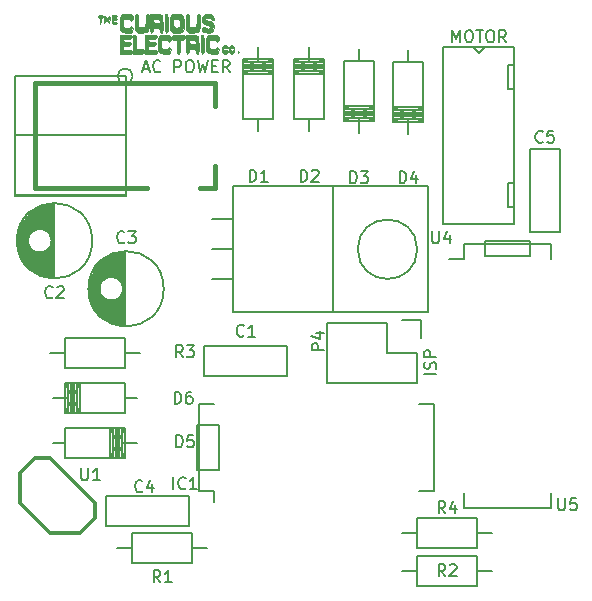
<source format=gto>
G04 #@! TF.FileFunction,Legend,Top*
%FSLAX46Y46*%
G04 Gerber Fmt 4.6, Leading zero omitted, Abs format (unit mm)*
G04 Created by KiCad (PCBNEW 4.0.2-stable) date 10/06/2016 19:55:33*
%MOMM*%
G01*
G04 APERTURE LIST*
%ADD10C,0.150000*%
%ADD11C,0.400000*%
%ADD12C,0.200000*%
%ADD13C,0.010000*%
%ADD14C,0.304800*%
%ADD15C,0.203200*%
G04 APERTURE END LIST*
D10*
X216479381Y-151391190D02*
X215479381Y-151391190D01*
X216431762Y-150962619D02*
X216479381Y-150819762D01*
X216479381Y-150581666D01*
X216431762Y-150486428D01*
X216384143Y-150438809D01*
X216288905Y-150391190D01*
X216193667Y-150391190D01*
X216098429Y-150438809D01*
X216050810Y-150486428D01*
X216003190Y-150581666D01*
X215955571Y-150772143D01*
X215907952Y-150867381D01*
X215860333Y-150915000D01*
X215765095Y-150962619D01*
X215669857Y-150962619D01*
X215574619Y-150915000D01*
X215527000Y-150867381D01*
X215479381Y-150772143D01*
X215479381Y-150534047D01*
X215527000Y-150391190D01*
X216479381Y-149962619D02*
X215479381Y-149962619D01*
X215479381Y-149581666D01*
X215527000Y-149486428D01*
X215574619Y-149438809D01*
X215669857Y-149391190D01*
X215812714Y-149391190D01*
X215907952Y-149438809D01*
X215955571Y-149486428D01*
X216003190Y-149581666D01*
X216003190Y-149962619D01*
X217829095Y-123308381D02*
X217829095Y-122308381D01*
X218162429Y-123022667D01*
X218495762Y-122308381D01*
X218495762Y-123308381D01*
X219162428Y-122308381D02*
X219352905Y-122308381D01*
X219448143Y-122356000D01*
X219543381Y-122451238D01*
X219591000Y-122641714D01*
X219591000Y-122975048D01*
X219543381Y-123165524D01*
X219448143Y-123260762D01*
X219352905Y-123308381D01*
X219162428Y-123308381D01*
X219067190Y-123260762D01*
X218971952Y-123165524D01*
X218924333Y-122975048D01*
X218924333Y-122641714D01*
X218971952Y-122451238D01*
X219067190Y-122356000D01*
X219162428Y-122308381D01*
X219876714Y-122308381D02*
X220448143Y-122308381D01*
X220162428Y-123308381D02*
X220162428Y-122308381D01*
X220971952Y-122308381D02*
X221162429Y-122308381D01*
X221257667Y-122356000D01*
X221352905Y-122451238D01*
X221400524Y-122641714D01*
X221400524Y-122975048D01*
X221352905Y-123165524D01*
X221257667Y-123260762D01*
X221162429Y-123308381D01*
X220971952Y-123308381D01*
X220876714Y-123260762D01*
X220781476Y-123165524D01*
X220733857Y-122975048D01*
X220733857Y-122641714D01*
X220781476Y-122451238D01*
X220876714Y-122356000D01*
X220971952Y-122308381D01*
X222400524Y-123308381D02*
X222067190Y-122832190D01*
X221829095Y-123308381D02*
X221829095Y-122308381D01*
X222210048Y-122308381D01*
X222305286Y-122356000D01*
X222352905Y-122403619D01*
X222400524Y-122498857D01*
X222400524Y-122641714D01*
X222352905Y-122736952D01*
X222305286Y-122784571D01*
X222210048Y-122832190D01*
X221829095Y-122832190D01*
X191659333Y-125562667D02*
X192135524Y-125562667D01*
X191564095Y-125848381D02*
X191897428Y-124848381D01*
X192230762Y-125848381D01*
X193135524Y-125753143D02*
X193087905Y-125800762D01*
X192945048Y-125848381D01*
X192849810Y-125848381D01*
X192706952Y-125800762D01*
X192611714Y-125705524D01*
X192564095Y-125610286D01*
X192516476Y-125419810D01*
X192516476Y-125276952D01*
X192564095Y-125086476D01*
X192611714Y-124991238D01*
X192706952Y-124896000D01*
X192849810Y-124848381D01*
X192945048Y-124848381D01*
X193087905Y-124896000D01*
X193135524Y-124943619D01*
X194326000Y-125848381D02*
X194326000Y-124848381D01*
X194706953Y-124848381D01*
X194802191Y-124896000D01*
X194849810Y-124943619D01*
X194897429Y-125038857D01*
X194897429Y-125181714D01*
X194849810Y-125276952D01*
X194802191Y-125324571D01*
X194706953Y-125372190D01*
X194326000Y-125372190D01*
X195516476Y-124848381D02*
X195706953Y-124848381D01*
X195802191Y-124896000D01*
X195897429Y-124991238D01*
X195945048Y-125181714D01*
X195945048Y-125515048D01*
X195897429Y-125705524D01*
X195802191Y-125800762D01*
X195706953Y-125848381D01*
X195516476Y-125848381D01*
X195421238Y-125800762D01*
X195326000Y-125705524D01*
X195278381Y-125515048D01*
X195278381Y-125181714D01*
X195326000Y-124991238D01*
X195421238Y-124896000D01*
X195516476Y-124848381D01*
X196278381Y-124848381D02*
X196516476Y-125848381D01*
X196706953Y-125134095D01*
X196897429Y-125848381D01*
X197135524Y-124848381D01*
X197516476Y-125324571D02*
X197849810Y-125324571D01*
X197992667Y-125848381D02*
X197516476Y-125848381D01*
X197516476Y-124848381D01*
X197992667Y-124848381D01*
X198992667Y-125848381D02*
X198659333Y-125372190D01*
X198421238Y-125848381D02*
X198421238Y-124848381D01*
X198802191Y-124848381D01*
X198897429Y-124896000D01*
X198945048Y-124943619D01*
X198992667Y-125038857D01*
X198992667Y-125181714D01*
X198945048Y-125276952D01*
X198897429Y-125324571D01*
X198802191Y-125372190D01*
X198421238Y-125372190D01*
X220599000Y-140128000D02*
X224409000Y-140128000D01*
X224409000Y-140128000D02*
X224409000Y-141398000D01*
X224409000Y-141398000D02*
X220599000Y-141398000D01*
X220599000Y-141398000D02*
X220599000Y-140128000D01*
X218829000Y-140373000D02*
X218829000Y-141643000D01*
X226179000Y-140373000D02*
X226179000Y-141643000D01*
X226179000Y-162743000D02*
X226179000Y-161473000D01*
X218829000Y-162743000D02*
X218829000Y-161473000D01*
X218829000Y-140373000D02*
X226179000Y-140373000D01*
X218829000Y-162743000D02*
X226179000Y-162743000D01*
X218829000Y-141643000D02*
X217544000Y-141643000D01*
X196199000Y-159558000D02*
X196199000Y-155748000D01*
X196199000Y-155748000D02*
X198104000Y-155748000D01*
X198104000Y-155748000D02*
X198104000Y-159558000D01*
X198104000Y-159558000D02*
X196199000Y-159558000D01*
X196444000Y-161328000D02*
X197714000Y-161328000D01*
X196444000Y-153978000D02*
X197714000Y-153978000D01*
X216274000Y-153978000D02*
X215004000Y-153978000D01*
X216274000Y-161328000D02*
X215004000Y-161328000D01*
X196444000Y-161328000D02*
X196444000Y-153978000D01*
X216274000Y-161328000D02*
X216274000Y-153978000D01*
X197714000Y-161328000D02*
X197714000Y-162263000D01*
X220099000Y-124238000D02*
X220599000Y-123738000D01*
X219599000Y-123738000D02*
X220099000Y-124238000D01*
X223099000Y-135238000D02*
X222599000Y-135238000D01*
X222599000Y-137238000D02*
X222599000Y-135238000D01*
X223099000Y-137238000D02*
X222599000Y-137238000D01*
X222599000Y-127238000D02*
X223099000Y-127238000D01*
X222599000Y-125238000D02*
X222599000Y-127238000D01*
X223099000Y-125238000D02*
X222599000Y-125238000D01*
X217099000Y-138738000D02*
X217099000Y-123738000D01*
X223099000Y-138738000D02*
X217099000Y-138738000D01*
X223099000Y-123738000D02*
X223099000Y-138738000D01*
X217099000Y-123738000D02*
X223099000Y-123738000D01*
X196866000Y-149038000D02*
X203866000Y-149038000D01*
X203866000Y-149038000D02*
X203866000Y-151538000D01*
X203866000Y-151538000D02*
X196866000Y-151538000D01*
X196866000Y-151538000D02*
X196866000Y-149038000D01*
X195524000Y-164238000D02*
X188524000Y-164238000D01*
X188524000Y-164238000D02*
X188524000Y-161738000D01*
X188524000Y-161738000D02*
X195524000Y-161738000D01*
X195524000Y-161738000D02*
X195524000Y-164238000D01*
X224429000Y-139343000D02*
X224429000Y-132343000D01*
X224429000Y-132343000D02*
X226929000Y-132343000D01*
X226929000Y-132343000D02*
X226929000Y-139343000D01*
X226929000Y-139343000D02*
X224429000Y-139343000D01*
D11*
X192024000Y-135683000D02*
X182499000Y-135683000D01*
X182499000Y-135683000D02*
X182499000Y-126793000D01*
X182499000Y-126793000D02*
X197739000Y-126793000D01*
X197739000Y-126793000D02*
X197739000Y-128698000D01*
X197739000Y-133778000D02*
X197739000Y-135683000D01*
X197739000Y-135683000D02*
X196469000Y-135683000D01*
D10*
X192024000Y-135683000D02*
X182499000Y-135683000D01*
X182499000Y-135683000D02*
X182499000Y-126793000D01*
X182499000Y-126793000D02*
X197739000Y-126793000D01*
X197739000Y-126793000D02*
X197739000Y-128698000D01*
X197739000Y-133778000D02*
X197739000Y-135683000D01*
X197739000Y-135683000D02*
X196469000Y-135683000D01*
X201424540Y-129841000D02*
X201424540Y-130857000D01*
X201424540Y-125015000D02*
X201424540Y-123745000D01*
X202694540Y-125269000D02*
X200154540Y-125269000D01*
X202694540Y-125523000D02*
X200154540Y-125523000D01*
X202694540Y-125777000D02*
X200154540Y-125777000D01*
X202694540Y-125015000D02*
X200154540Y-125015000D01*
X202694540Y-126031000D02*
X200154540Y-124761000D01*
X202694540Y-124761000D02*
X200154540Y-126031000D01*
X202694540Y-126031000D02*
X200154540Y-126031000D01*
X202694540Y-125396000D02*
X200154540Y-125396000D01*
X200154540Y-124761000D02*
X202694540Y-124761000D01*
X202694540Y-124761000D02*
X202694540Y-129841000D01*
X202694540Y-129841000D02*
X200154540Y-129841000D01*
X200154540Y-129841000D02*
X200154540Y-124761000D01*
X205745080Y-129841000D02*
X205745080Y-130857000D01*
X205745080Y-125015000D02*
X205745080Y-123745000D01*
X207015080Y-125269000D02*
X204475080Y-125269000D01*
X207015080Y-125523000D02*
X204475080Y-125523000D01*
X207015080Y-125777000D02*
X204475080Y-125777000D01*
X207015080Y-125015000D02*
X204475080Y-125015000D01*
X207015080Y-126031000D02*
X204475080Y-124761000D01*
X207015080Y-124761000D02*
X204475080Y-126031000D01*
X207015080Y-126031000D02*
X204475080Y-126031000D01*
X207015080Y-125396000D02*
X204475080Y-125396000D01*
X204475080Y-124761000D02*
X207015080Y-124761000D01*
X207015080Y-124761000D02*
X207015080Y-129841000D01*
X207015080Y-129841000D02*
X204475080Y-129841000D01*
X204475080Y-129841000D02*
X204475080Y-124761000D01*
X209931000Y-124888000D02*
X209931000Y-123872000D01*
X209931000Y-129714000D02*
X209931000Y-130984000D01*
X208661000Y-129460000D02*
X211201000Y-129460000D01*
X208661000Y-129206000D02*
X211201000Y-129206000D01*
X208661000Y-128952000D02*
X211201000Y-128952000D01*
X208661000Y-129714000D02*
X211201000Y-129714000D01*
X208661000Y-128698000D02*
X211201000Y-129968000D01*
X208661000Y-129968000D02*
X211201000Y-128698000D01*
X208661000Y-128698000D02*
X211201000Y-128698000D01*
X208661000Y-129333000D02*
X211201000Y-129333000D01*
X211201000Y-129968000D02*
X208661000Y-129968000D01*
X208661000Y-129968000D02*
X208661000Y-124888000D01*
X208661000Y-124888000D02*
X211201000Y-124888000D01*
X211201000Y-124888000D02*
X211201000Y-129968000D01*
X214122000Y-125015000D02*
X214122000Y-123999000D01*
X214122000Y-129841000D02*
X214122000Y-131111000D01*
X212852000Y-129587000D02*
X215392000Y-129587000D01*
X212852000Y-129333000D02*
X215392000Y-129333000D01*
X212852000Y-129079000D02*
X215392000Y-129079000D01*
X212852000Y-129841000D02*
X215392000Y-129841000D01*
X212852000Y-128825000D02*
X215392000Y-130095000D01*
X212852000Y-130095000D02*
X215392000Y-128825000D01*
X212852000Y-128825000D02*
X215392000Y-128825000D01*
X212852000Y-129460000D02*
X215392000Y-129460000D01*
X215392000Y-130095000D02*
X212852000Y-130095000D01*
X212852000Y-130095000D02*
X212852000Y-125015000D01*
X212852000Y-125015000D02*
X215392000Y-125015000D01*
X215392000Y-125015000D02*
X215392000Y-130095000D01*
X185039000Y-157273000D02*
X184023000Y-157273000D01*
X189865000Y-157273000D02*
X191135000Y-157273000D01*
X189611000Y-158543000D02*
X189611000Y-156003000D01*
X189357000Y-158543000D02*
X189357000Y-156003000D01*
X189103000Y-158543000D02*
X189103000Y-156003000D01*
X189865000Y-158543000D02*
X189865000Y-156003000D01*
X188849000Y-158543000D02*
X190119000Y-156003000D01*
X190119000Y-158543000D02*
X188849000Y-156003000D01*
X188849000Y-158543000D02*
X188849000Y-156003000D01*
X189484000Y-158543000D02*
X189484000Y-156003000D01*
X190119000Y-156003000D02*
X190119000Y-158543000D01*
X190119000Y-158543000D02*
X185039000Y-158543000D01*
X185039000Y-158543000D02*
X185039000Y-156003000D01*
X185039000Y-156003000D02*
X190119000Y-156003000D01*
X190119000Y-153463000D02*
X191135000Y-153463000D01*
X185293000Y-153463000D02*
X184023000Y-153463000D01*
X185547000Y-152193000D02*
X185547000Y-154733000D01*
X185801000Y-152193000D02*
X185801000Y-154733000D01*
X186055000Y-152193000D02*
X186055000Y-154733000D01*
X185293000Y-152193000D02*
X185293000Y-154733000D01*
X186309000Y-152193000D02*
X185039000Y-154733000D01*
X185039000Y-152193000D02*
X186309000Y-154733000D01*
X186309000Y-152193000D02*
X186309000Y-154733000D01*
X185674000Y-152193000D02*
X185674000Y-154733000D01*
X185039000Y-154733000D02*
X185039000Y-152193000D01*
X185039000Y-152193000D02*
X190119000Y-152193000D01*
X190119000Y-152193000D02*
X190119000Y-154733000D01*
X190119000Y-154733000D02*
X185039000Y-154733000D01*
D12*
X190246000Y-126158000D02*
X189484000Y-126158000D01*
X190246000Y-126158000D02*
X190246000Y-136318000D01*
X190246000Y-136318000D02*
X189611000Y-136318000D01*
X180848000Y-126158000D02*
X180848000Y-136318000D01*
X180848000Y-136318000D02*
X190119000Y-136318000D01*
X190119000Y-126158000D02*
X180848000Y-126158000D01*
D10*
X180849000Y-136278000D02*
X190149000Y-136278000D01*
X190149000Y-131178000D02*
X180849000Y-131178000D01*
X190789312Y-126178000D02*
G75*
G03X190789312Y-126178000I-640312J0D01*
G01*
X188849000Y-136318000D02*
X181229000Y-136318000D01*
X180849000Y-126178000D02*
X190149000Y-126178000D01*
X212344000Y-147113000D02*
X207264000Y-147113000D01*
X215164000Y-146833000D02*
X215164000Y-148383000D01*
X214884000Y-149653000D02*
X212344000Y-149653000D01*
X212344000Y-149653000D02*
X212344000Y-147113000D01*
X207264000Y-147113000D02*
X207264000Y-152193000D01*
X207264000Y-152193000D02*
X212344000Y-152193000D01*
X215164000Y-146833000D02*
X213614000Y-146833000D01*
X214884000Y-152193000D02*
X214884000Y-149653000D01*
X212344000Y-152193000D02*
X214884000Y-152193000D01*
X195834000Y-167433000D02*
X190754000Y-167433000D01*
X190754000Y-167433000D02*
X190754000Y-164893000D01*
X190754000Y-164893000D02*
X195834000Y-164893000D01*
X195834000Y-164893000D02*
X195834000Y-167433000D01*
X195834000Y-166163000D02*
X197104000Y-166163000D01*
X190754000Y-166163000D02*
X189484000Y-166163000D01*
X219964000Y-169338000D02*
X214884000Y-169338000D01*
X214884000Y-169338000D02*
X214884000Y-166798000D01*
X214884000Y-166798000D02*
X219964000Y-166798000D01*
X219964000Y-166798000D02*
X219964000Y-169338000D01*
X219964000Y-168068000D02*
X221234000Y-168068000D01*
X214884000Y-168068000D02*
X213614000Y-168068000D01*
X190119000Y-150923000D02*
X185039000Y-150923000D01*
X185039000Y-150923000D02*
X185039000Y-148383000D01*
X185039000Y-148383000D02*
X190119000Y-148383000D01*
X190119000Y-148383000D02*
X190119000Y-150923000D01*
X190119000Y-149653000D02*
X191389000Y-149653000D01*
X185039000Y-149653000D02*
X183769000Y-149653000D01*
X219964000Y-166163000D02*
X214884000Y-166163000D01*
X214884000Y-166163000D02*
X214884000Y-163623000D01*
X214884000Y-163623000D02*
X219964000Y-163623000D01*
X219964000Y-163623000D02*
X219964000Y-166163000D01*
X219964000Y-164893000D02*
X221234000Y-164893000D01*
X214884000Y-164893000D02*
X213614000Y-164893000D01*
X214873472Y-140843000D02*
G75*
G03X214873472Y-140843000I-2514472J0D01*
G01*
X199278000Y-138303000D02*
X197500000Y-138303000D01*
X199278000Y-140843000D02*
X197500000Y-140843000D01*
X199278000Y-143383000D02*
X197500000Y-143383000D01*
X207787000Y-146177000D02*
X215788000Y-146177000D01*
X215788000Y-146177000D02*
X215788000Y-135509000D01*
X215788000Y-135509000D02*
X207787000Y-135509000D01*
X199278000Y-146177000D02*
X207787000Y-146177000D01*
X207787000Y-146177000D02*
X207787000Y-135509000D01*
X207787000Y-135509000D02*
X199278000Y-135509000D01*
X199278000Y-140843000D02*
X199278000Y-135509000D01*
X199278000Y-140843000D02*
X199278000Y-146177000D01*
X184095000Y-143277000D02*
X184095000Y-136979000D01*
X183955000Y-143271000D02*
X183955000Y-136985000D01*
X183815000Y-143258000D02*
X183815000Y-140574000D01*
X183815000Y-139682000D02*
X183815000Y-136998000D01*
X183675000Y-143239000D02*
X183675000Y-140784000D01*
X183675000Y-139472000D02*
X183675000Y-137017000D01*
X183535000Y-143213000D02*
X183535000Y-140917000D01*
X183535000Y-139339000D02*
X183535000Y-137043000D01*
X183395000Y-143181000D02*
X183395000Y-141008000D01*
X183395000Y-139248000D02*
X183395000Y-137075000D01*
X183255000Y-143142000D02*
X183255000Y-141070000D01*
X183255000Y-139186000D02*
X183255000Y-137114000D01*
X183115000Y-143096000D02*
X183115000Y-141109000D01*
X183115000Y-139147000D02*
X183115000Y-137160000D01*
X182975000Y-143043000D02*
X182975000Y-141126000D01*
X182975000Y-139130000D02*
X182975000Y-137213000D01*
X182835000Y-142981000D02*
X182835000Y-141124000D01*
X182835000Y-139132000D02*
X182835000Y-137275000D01*
X182695000Y-142911000D02*
X182695000Y-141102000D01*
X182695000Y-139154000D02*
X182695000Y-137345000D01*
X182555000Y-142832000D02*
X182555000Y-141059000D01*
X182555000Y-139197000D02*
X182555000Y-137424000D01*
X182415000Y-142744000D02*
X182415000Y-140991000D01*
X182415000Y-139265000D02*
X182415000Y-137512000D01*
X182275000Y-142644000D02*
X182275000Y-140892000D01*
X182275000Y-139364000D02*
X182275000Y-137612000D01*
X182135000Y-142532000D02*
X182135000Y-140747000D01*
X182135000Y-139509000D02*
X182135000Y-137724000D01*
X181995000Y-142407000D02*
X181995000Y-140508000D01*
X181995000Y-139748000D02*
X181995000Y-137849000D01*
X181855000Y-142264000D02*
X181855000Y-137992000D01*
X181715000Y-142102000D02*
X181715000Y-138154000D01*
X181575000Y-141914000D02*
X181575000Y-138342000D01*
X181435000Y-141691000D02*
X181435000Y-138565000D01*
X181295000Y-141415000D02*
X181295000Y-138841000D01*
X181155000Y-141040000D02*
X181155000Y-139216000D01*
X183920000Y-140128000D02*
G75*
G03X183920000Y-140128000I-1000000J0D01*
G01*
X187357500Y-140128000D02*
G75*
G03X187357500Y-140128000I-3187500J0D01*
G01*
X190151000Y-147341000D02*
X190151000Y-141043000D01*
X190011000Y-147335000D02*
X190011000Y-141049000D01*
X189871000Y-147322000D02*
X189871000Y-144638000D01*
X189871000Y-143746000D02*
X189871000Y-141062000D01*
X189731000Y-147303000D02*
X189731000Y-144848000D01*
X189731000Y-143536000D02*
X189731000Y-141081000D01*
X189591000Y-147277000D02*
X189591000Y-144981000D01*
X189591000Y-143403000D02*
X189591000Y-141107000D01*
X189451000Y-147245000D02*
X189451000Y-145072000D01*
X189451000Y-143312000D02*
X189451000Y-141139000D01*
X189311000Y-147206000D02*
X189311000Y-145134000D01*
X189311000Y-143250000D02*
X189311000Y-141178000D01*
X189171000Y-147160000D02*
X189171000Y-145173000D01*
X189171000Y-143211000D02*
X189171000Y-141224000D01*
X189031000Y-147107000D02*
X189031000Y-145190000D01*
X189031000Y-143194000D02*
X189031000Y-141277000D01*
X188891000Y-147045000D02*
X188891000Y-145188000D01*
X188891000Y-143196000D02*
X188891000Y-141339000D01*
X188751000Y-146975000D02*
X188751000Y-145166000D01*
X188751000Y-143218000D02*
X188751000Y-141409000D01*
X188611000Y-146896000D02*
X188611000Y-145123000D01*
X188611000Y-143261000D02*
X188611000Y-141488000D01*
X188471000Y-146808000D02*
X188471000Y-145055000D01*
X188471000Y-143329000D02*
X188471000Y-141576000D01*
X188331000Y-146708000D02*
X188331000Y-144956000D01*
X188331000Y-143428000D02*
X188331000Y-141676000D01*
X188191000Y-146596000D02*
X188191000Y-144811000D01*
X188191000Y-143573000D02*
X188191000Y-141788000D01*
X188051000Y-146471000D02*
X188051000Y-144572000D01*
X188051000Y-143812000D02*
X188051000Y-141913000D01*
X187911000Y-146328000D02*
X187911000Y-142056000D01*
X187771000Y-146166000D02*
X187771000Y-142218000D01*
X187631000Y-145978000D02*
X187631000Y-142406000D01*
X187491000Y-145755000D02*
X187491000Y-142629000D01*
X187351000Y-145479000D02*
X187351000Y-142905000D01*
X187211000Y-145104000D02*
X187211000Y-143280000D01*
X189976000Y-144192000D02*
G75*
G03X189976000Y-144192000I-1000000J0D01*
G01*
X193413500Y-144192000D02*
G75*
G03X193413500Y-144192000I-3187500J0D01*
G01*
D13*
G36*
X190487395Y-122692845D02*
X190640707Y-122719986D01*
X190702327Y-122780999D01*
X190711667Y-122856000D01*
X190686738Y-122961819D01*
X190583225Y-123011859D01*
X190358037Y-123025268D01*
X190330667Y-123025333D01*
X190079544Y-123041953D01*
X189965158Y-123098467D01*
X189949667Y-123152333D01*
X190005590Y-123240640D01*
X190190969Y-123277028D01*
X190288333Y-123279333D01*
X190509901Y-123293533D01*
X190607826Y-123350927D01*
X190627000Y-123448666D01*
X190598600Y-123559450D01*
X190483811Y-123608412D01*
X190288333Y-123618000D01*
X190066765Y-123632200D01*
X189968841Y-123689594D01*
X189949667Y-123787333D01*
X189974595Y-123893153D01*
X190078108Y-123943192D01*
X190303296Y-123956602D01*
X190330667Y-123956666D01*
X190568761Y-123967746D01*
X190681349Y-124013751D01*
X190711521Y-124113835D01*
X190711667Y-124126000D01*
X190693131Y-124220576D01*
X190611707Y-124271680D01*
X190428669Y-124292220D01*
X190203667Y-124295333D01*
X189695667Y-124295333D01*
X189695667Y-122686666D01*
X190203667Y-122686666D01*
X190487395Y-122692845D01*
X190487395Y-122692845D01*
G37*
X190487395Y-122692845D02*
X190640707Y-122719986D01*
X190702327Y-122780999D01*
X190711667Y-122856000D01*
X190686738Y-122961819D01*
X190583225Y-123011859D01*
X190358037Y-123025268D01*
X190330667Y-123025333D01*
X190079544Y-123041953D01*
X189965158Y-123098467D01*
X189949667Y-123152333D01*
X190005590Y-123240640D01*
X190190969Y-123277028D01*
X190288333Y-123279333D01*
X190509901Y-123293533D01*
X190607826Y-123350927D01*
X190627000Y-123448666D01*
X190598600Y-123559450D01*
X190483811Y-123608412D01*
X190288333Y-123618000D01*
X190066765Y-123632200D01*
X189968841Y-123689594D01*
X189949667Y-123787333D01*
X189974595Y-123893153D01*
X190078108Y-123943192D01*
X190303296Y-123956602D01*
X190330667Y-123956666D01*
X190568761Y-123967746D01*
X190681349Y-124013751D01*
X190711521Y-124113835D01*
X190711667Y-124126000D01*
X190693131Y-124220576D01*
X190611707Y-124271680D01*
X190428669Y-124292220D01*
X190203667Y-124295333D01*
X189695667Y-124295333D01*
X189695667Y-122686666D01*
X190203667Y-122686666D01*
X190487395Y-122692845D01*
G36*
X190992334Y-122721521D02*
X191031826Y-122846846D01*
X191048482Y-123093787D01*
X191050333Y-123279333D01*
X191050333Y-123872000D01*
X191389000Y-123872000D01*
X191607197Y-123883553D01*
X191704178Y-123938046D01*
X191727546Y-124065233D01*
X191727667Y-124083666D01*
X191715579Y-124204892D01*
X191651690Y-124268013D01*
X191494563Y-124291865D01*
X191262000Y-124295333D01*
X190796333Y-124295333D01*
X190796333Y-123491000D01*
X190800878Y-123107581D01*
X190817502Y-122864939D01*
X190850687Y-122734686D01*
X190904914Y-122688435D01*
X190923333Y-122686666D01*
X190992334Y-122721521D01*
X190992334Y-122721521D01*
G37*
X190992334Y-122721521D02*
X191031826Y-122846846D01*
X191048482Y-123093787D01*
X191050333Y-123279333D01*
X191050333Y-123872000D01*
X191389000Y-123872000D01*
X191607197Y-123883553D01*
X191704178Y-123938046D01*
X191727546Y-124065233D01*
X191727667Y-124083666D01*
X191715579Y-124204892D01*
X191651690Y-124268013D01*
X191494563Y-124291865D01*
X191262000Y-124295333D01*
X190796333Y-124295333D01*
X190796333Y-123491000D01*
X190800878Y-123107581D01*
X190817502Y-122864939D01*
X190850687Y-122734686D01*
X190904914Y-122688435D01*
X190923333Y-122686666D01*
X190992334Y-122721521D01*
G36*
X192604061Y-122692845D02*
X192757373Y-122719986D01*
X192818994Y-122780999D01*
X192828333Y-122856000D01*
X192803404Y-122961819D01*
X192699891Y-123011859D01*
X192474704Y-123025268D01*
X192447333Y-123025333D01*
X192196211Y-123041953D01*
X192081825Y-123098467D01*
X192066333Y-123152333D01*
X192122256Y-123240640D01*
X192307636Y-123277028D01*
X192405000Y-123279333D01*
X192626568Y-123293533D01*
X192724492Y-123350927D01*
X192743667Y-123448666D01*
X192715266Y-123559450D01*
X192600477Y-123608412D01*
X192405000Y-123618000D01*
X192183432Y-123632200D01*
X192085507Y-123689594D01*
X192066333Y-123787333D01*
X192091262Y-123893153D01*
X192194775Y-123943192D01*
X192419963Y-123956602D01*
X192447333Y-123956666D01*
X192685428Y-123967746D01*
X192798016Y-124013751D01*
X192828188Y-124113835D01*
X192828333Y-124126000D01*
X192809797Y-124220576D01*
X192728373Y-124271680D01*
X192545336Y-124292220D01*
X192320333Y-124295333D01*
X191812333Y-124295333D01*
X191812333Y-122686666D01*
X192320333Y-122686666D01*
X192604061Y-122692845D01*
X192604061Y-122692845D01*
G37*
X192604061Y-122692845D02*
X192757373Y-122719986D01*
X192818994Y-122780999D01*
X192828333Y-122856000D01*
X192803404Y-122961819D01*
X192699891Y-123011859D01*
X192474704Y-123025268D01*
X192447333Y-123025333D01*
X192196211Y-123041953D01*
X192081825Y-123098467D01*
X192066333Y-123152333D01*
X192122256Y-123240640D01*
X192307636Y-123277028D01*
X192405000Y-123279333D01*
X192626568Y-123293533D01*
X192724492Y-123350927D01*
X192743667Y-123448666D01*
X192715266Y-123559450D01*
X192600477Y-123608412D01*
X192405000Y-123618000D01*
X192183432Y-123632200D01*
X192085507Y-123689594D01*
X192066333Y-123787333D01*
X192091262Y-123893153D01*
X192194775Y-123943192D01*
X192419963Y-123956602D01*
X192447333Y-123956666D01*
X192685428Y-123967746D01*
X192798016Y-124013751D01*
X192828188Y-124113835D01*
X192828333Y-124126000D01*
X192809797Y-124220576D01*
X192728373Y-124271680D01*
X192545336Y-124292220D01*
X192320333Y-124295333D01*
X191812333Y-124295333D01*
X191812333Y-122686666D01*
X192320333Y-122686666D01*
X192604061Y-122692845D01*
G36*
X193738888Y-122709949D02*
X193912067Y-122788266D01*
X193996129Y-122943173D01*
X194008871Y-123120395D01*
X193953839Y-123251390D01*
X193886667Y-123279333D01*
X193773995Y-123233615D01*
X193759667Y-123194666D01*
X193685238Y-123138704D01*
X193502223Y-123110731D01*
X193463333Y-123110000D01*
X193281253Y-123118133D01*
X193195032Y-123173256D01*
X193168828Y-123321453D01*
X193167000Y-123491000D01*
X193173326Y-123725103D01*
X193216199Y-123835958D01*
X193331464Y-123869649D01*
X193463333Y-123872000D01*
X193659201Y-123850734D01*
X193757107Y-123798444D01*
X193759667Y-123787333D01*
X193828243Y-123712218D01*
X193886667Y-123702666D01*
X193982225Y-123770027D01*
X194012223Y-123926417D01*
X193973116Y-124103295D01*
X193912067Y-124193733D01*
X193736745Y-124272508D01*
X193481914Y-124291456D01*
X193225378Y-124253403D01*
X193046047Y-124162285D01*
X192959504Y-123995953D01*
X192918213Y-123702090D01*
X192913000Y-123491000D01*
X192932723Y-123121168D01*
X192995156Y-122891694D01*
X193046047Y-122819714D01*
X193227560Y-122727981D01*
X193484443Y-122690451D01*
X193738888Y-122709949D01*
X193738888Y-122709949D01*
G37*
X193738888Y-122709949D02*
X193912067Y-122788266D01*
X193996129Y-122943173D01*
X194008871Y-123120395D01*
X193953839Y-123251390D01*
X193886667Y-123279333D01*
X193773995Y-123233615D01*
X193759667Y-123194666D01*
X193685238Y-123138704D01*
X193502223Y-123110731D01*
X193463333Y-123110000D01*
X193281253Y-123118133D01*
X193195032Y-123173256D01*
X193168828Y-123321453D01*
X193167000Y-123491000D01*
X193173326Y-123725103D01*
X193216199Y-123835958D01*
X193331464Y-123869649D01*
X193463333Y-123872000D01*
X193659201Y-123850734D01*
X193757107Y-123798444D01*
X193759667Y-123787333D01*
X193828243Y-123712218D01*
X193886667Y-123702666D01*
X193982225Y-123770027D01*
X194012223Y-123926417D01*
X193973116Y-124103295D01*
X193912067Y-124193733D01*
X193736745Y-124272508D01*
X193481914Y-124291456D01*
X193225378Y-124253403D01*
X193046047Y-124162285D01*
X192959504Y-123995953D01*
X192918213Y-123702090D01*
X192913000Y-123491000D01*
X192932723Y-123121168D01*
X192995156Y-122891694D01*
X193046047Y-122819714D01*
X193227560Y-122727981D01*
X193484443Y-122690451D01*
X193738888Y-122709949D01*
G36*
X194944502Y-122690378D02*
X195109279Y-122711322D01*
X195181254Y-122764212D01*
X195198682Y-122863763D01*
X195199000Y-122898333D01*
X195164030Y-123059455D01*
X195026340Y-123109106D01*
X194987333Y-123110000D01*
X194876749Y-123118715D01*
X194813459Y-123169459D01*
X194784286Y-123299132D01*
X194776052Y-123544631D01*
X194775667Y-123702666D01*
X194768198Y-124024672D01*
X194741342Y-124208966D01*
X194688426Y-124286692D01*
X194648667Y-124295333D01*
X194579665Y-124260478D01*
X194540174Y-124135153D01*
X194523518Y-123888212D01*
X194521667Y-123702666D01*
X194518554Y-123393030D01*
X194500431Y-123215819D01*
X194454119Y-123134135D01*
X194366441Y-123111078D01*
X194310000Y-123110000D01*
X194148878Y-123075030D01*
X194099227Y-122937340D01*
X194098333Y-122898333D01*
X194107983Y-122784550D01*
X194162438Y-122721174D01*
X194299952Y-122693492D01*
X194558784Y-122686788D01*
X194648667Y-122686666D01*
X194944502Y-122690378D01*
X194944502Y-122690378D01*
G37*
X194944502Y-122690378D02*
X195109279Y-122711322D01*
X195181254Y-122764212D01*
X195198682Y-122863763D01*
X195199000Y-122898333D01*
X195164030Y-123059455D01*
X195026340Y-123109106D01*
X194987333Y-123110000D01*
X194876749Y-123118715D01*
X194813459Y-123169459D01*
X194784286Y-123299132D01*
X194776052Y-123544631D01*
X194775667Y-123702666D01*
X194768198Y-124024672D01*
X194741342Y-124208966D01*
X194688426Y-124286692D01*
X194648667Y-124295333D01*
X194579665Y-124260478D01*
X194540174Y-124135153D01*
X194523518Y-123888212D01*
X194521667Y-123702666D01*
X194518554Y-123393030D01*
X194500431Y-123215819D01*
X194454119Y-123134135D01*
X194366441Y-123111078D01*
X194310000Y-123110000D01*
X194148878Y-123075030D01*
X194099227Y-122937340D01*
X194098333Y-122898333D01*
X194107983Y-122784550D01*
X194162438Y-122721174D01*
X194299952Y-122693492D01*
X194558784Y-122686788D01*
X194648667Y-122686666D01*
X194944502Y-122690378D01*
G36*
X196026293Y-122706072D02*
X196228707Y-122757131D01*
X196282615Y-122793121D01*
X196323725Y-122923330D01*
X196354646Y-123174912D01*
X196370118Y-123499975D01*
X196370965Y-123597454D01*
X196364595Y-123955257D01*
X196342285Y-124171942D01*
X196299233Y-124275355D01*
X196250649Y-124295333D01*
X196155751Y-124221631D01*
X196130333Y-124083666D01*
X196108193Y-123940525D01*
X196008562Y-123881925D01*
X195834000Y-123872000D01*
X195633602Y-123887814D01*
X195551562Y-123958979D01*
X195537667Y-124083666D01*
X195493506Y-124253905D01*
X195410667Y-124295333D01*
X195350127Y-124266546D01*
X195311815Y-124161263D01*
X195291249Y-123951095D01*
X195283946Y-123607656D01*
X195283667Y-123491000D01*
X195283667Y-123279333D01*
X195537667Y-123279333D01*
X195570815Y-123396041D01*
X195700222Y-123443131D01*
X195834000Y-123448666D01*
X196038239Y-123429724D01*
X196120647Y-123355777D01*
X196130333Y-123279333D01*
X196097185Y-123162625D01*
X195967778Y-123115535D01*
X195834000Y-123110000D01*
X195629761Y-123128941D01*
X195547353Y-123202888D01*
X195537667Y-123279333D01*
X195283667Y-123279333D01*
X195283667Y-122686666D01*
X195738966Y-122686666D01*
X196026293Y-122706072D01*
X196026293Y-122706072D01*
G37*
X196026293Y-122706072D02*
X196228707Y-122757131D01*
X196282615Y-122793121D01*
X196323725Y-122923330D01*
X196354646Y-123174912D01*
X196370118Y-123499975D01*
X196370965Y-123597454D01*
X196364595Y-123955257D01*
X196342285Y-124171942D01*
X196299233Y-124275355D01*
X196250649Y-124295333D01*
X196155751Y-124221631D01*
X196130333Y-124083666D01*
X196108193Y-123940525D01*
X196008562Y-123881925D01*
X195834000Y-123872000D01*
X195633602Y-123887814D01*
X195551562Y-123958979D01*
X195537667Y-124083666D01*
X195493506Y-124253905D01*
X195410667Y-124295333D01*
X195350127Y-124266546D01*
X195311815Y-124161263D01*
X195291249Y-123951095D01*
X195283946Y-123607656D01*
X195283667Y-123491000D01*
X195283667Y-123279333D01*
X195537667Y-123279333D01*
X195570815Y-123396041D01*
X195700222Y-123443131D01*
X195834000Y-123448666D01*
X196038239Y-123429724D01*
X196120647Y-123355777D01*
X196130333Y-123279333D01*
X196097185Y-123162625D01*
X195967778Y-123115535D01*
X195834000Y-123110000D01*
X195629761Y-123128941D01*
X195547353Y-123202888D01*
X195537667Y-123279333D01*
X195283667Y-123279333D01*
X195283667Y-122686666D01*
X195738966Y-122686666D01*
X196026293Y-122706072D01*
G36*
X196741206Y-122715453D02*
X196779518Y-122820736D01*
X196800084Y-123030904D01*
X196807387Y-123374343D01*
X196807667Y-123491000D01*
X196803121Y-123874418D01*
X196786498Y-124117060D01*
X196753313Y-124247313D01*
X196699086Y-124293564D01*
X196680667Y-124295333D01*
X196620127Y-124266546D01*
X196581815Y-124161263D01*
X196561249Y-123951095D01*
X196553946Y-123607656D01*
X196553667Y-123491000D01*
X196558212Y-123107581D01*
X196574835Y-122864939D01*
X196608020Y-122734686D01*
X196662247Y-122688435D01*
X196680667Y-122686666D01*
X196741206Y-122715453D01*
X196741206Y-122715453D01*
G37*
X196741206Y-122715453D02*
X196779518Y-122820736D01*
X196800084Y-123030904D01*
X196807387Y-123374343D01*
X196807667Y-123491000D01*
X196803121Y-123874418D01*
X196786498Y-124117060D01*
X196753313Y-124247313D01*
X196699086Y-124293564D01*
X196680667Y-124295333D01*
X196620127Y-124266546D01*
X196581815Y-124161263D01*
X196561249Y-123951095D01*
X196553946Y-123607656D01*
X196553667Y-123491000D01*
X196558212Y-123107581D01*
X196574835Y-122864939D01*
X196608020Y-122734686D01*
X196662247Y-122688435D01*
X196680667Y-122686666D01*
X196741206Y-122715453D01*
G36*
X197802888Y-122709949D02*
X197976067Y-122788266D01*
X198060129Y-122943173D01*
X198072871Y-123120395D01*
X198017839Y-123251390D01*
X197950667Y-123279333D01*
X197837995Y-123233615D01*
X197823667Y-123194666D01*
X197749238Y-123138704D01*
X197566223Y-123110731D01*
X197527333Y-123110000D01*
X197345253Y-123118133D01*
X197259032Y-123173256D01*
X197232828Y-123321453D01*
X197231000Y-123491000D01*
X197237326Y-123725103D01*
X197280199Y-123835958D01*
X197395464Y-123869649D01*
X197527333Y-123872000D01*
X197723201Y-123850734D01*
X197821107Y-123798444D01*
X197823667Y-123787333D01*
X197892243Y-123712218D01*
X197950667Y-123702666D01*
X198046225Y-123770027D01*
X198076223Y-123926417D01*
X198037116Y-124103295D01*
X197976067Y-124193733D01*
X197800745Y-124272508D01*
X197545914Y-124291456D01*
X197289378Y-124253403D01*
X197110047Y-124162285D01*
X197023504Y-123995953D01*
X196982213Y-123702090D01*
X196977000Y-123491000D01*
X196996723Y-123121168D01*
X197059156Y-122891694D01*
X197110047Y-122819714D01*
X197291560Y-122727981D01*
X197548443Y-122690451D01*
X197802888Y-122709949D01*
X197802888Y-122709949D01*
G37*
X197802888Y-122709949D02*
X197976067Y-122788266D01*
X198060129Y-122943173D01*
X198072871Y-123120395D01*
X198017839Y-123251390D01*
X197950667Y-123279333D01*
X197837995Y-123233615D01*
X197823667Y-123194666D01*
X197749238Y-123138704D01*
X197566223Y-123110731D01*
X197527333Y-123110000D01*
X197345253Y-123118133D01*
X197259032Y-123173256D01*
X197232828Y-123321453D01*
X197231000Y-123491000D01*
X197237326Y-123725103D01*
X197280199Y-123835958D01*
X197395464Y-123869649D01*
X197527333Y-123872000D01*
X197723201Y-123850734D01*
X197821107Y-123798444D01*
X197823667Y-123787333D01*
X197892243Y-123712218D01*
X197950667Y-123702666D01*
X198046225Y-123770027D01*
X198076223Y-123926417D01*
X198037116Y-124103295D01*
X197976067Y-124193733D01*
X197800745Y-124272508D01*
X197545914Y-124291456D01*
X197289378Y-124253403D01*
X197110047Y-124162285D01*
X197023504Y-123995953D01*
X196982213Y-123702090D01*
X196977000Y-123491000D01*
X196996723Y-123121168D01*
X197059156Y-122891694D01*
X197110047Y-122819714D01*
X197291560Y-122727981D01*
X197548443Y-122690451D01*
X197802888Y-122709949D01*
G36*
X198769526Y-123630950D02*
X198824190Y-123727165D01*
X198816986Y-123830816D01*
X198708296Y-123840131D01*
X198634850Y-123823820D01*
X198471833Y-123806693D01*
X198417794Y-123883233D01*
X198416333Y-123914333D01*
X198452093Y-124013796D01*
X198587546Y-124015747D01*
X198634850Y-124004846D01*
X198790927Y-123984548D01*
X198831022Y-124051209D01*
X198824485Y-124101501D01*
X198734696Y-124227113D01*
X198575991Y-124281185D01*
X198424605Y-124250389D01*
X198367307Y-124181423D01*
X198340494Y-124006226D01*
X198346519Y-123815652D01*
X198398514Y-123637816D01*
X198528753Y-123577932D01*
X198584507Y-123575666D01*
X198769526Y-123630950D01*
X198769526Y-123630950D01*
G37*
X198769526Y-123630950D02*
X198824190Y-123727165D01*
X198816986Y-123830816D01*
X198708296Y-123840131D01*
X198634850Y-123823820D01*
X198471833Y-123806693D01*
X198417794Y-123883233D01*
X198416333Y-123914333D01*
X198452093Y-124013796D01*
X198587546Y-124015747D01*
X198634850Y-124004846D01*
X198790927Y-123984548D01*
X198831022Y-124051209D01*
X198824485Y-124101501D01*
X198734696Y-124227113D01*
X198575991Y-124281185D01*
X198424605Y-124250389D01*
X198367307Y-124181423D01*
X198340494Y-124006226D01*
X198346519Y-123815652D01*
X198398514Y-123637816D01*
X198528753Y-123577932D01*
X198584507Y-123575666D01*
X198769526Y-123630950D01*
G36*
X199314706Y-123594151D02*
X199375319Y-123681341D01*
X199389924Y-123884840D01*
X199390000Y-123914333D01*
X199375042Y-124138342D01*
X199312719Y-124244505D01*
X199199121Y-124280104D01*
X199024858Y-124252501D01*
X198959974Y-124181423D01*
X198933161Y-124006226D01*
X198936066Y-123914333D01*
X199009000Y-123914333D01*
X199079586Y-124017761D01*
X199178333Y-124041333D01*
X199316237Y-123988393D01*
X199347667Y-123914333D01*
X199277080Y-123810905D01*
X199178333Y-123787333D01*
X199040429Y-123840272D01*
X199009000Y-123914333D01*
X198936066Y-123914333D01*
X198939186Y-123815652D01*
X198991052Y-123637933D01*
X199121240Y-123578004D01*
X199178333Y-123575666D01*
X199314706Y-123594151D01*
X199314706Y-123594151D01*
G37*
X199314706Y-123594151D02*
X199375319Y-123681341D01*
X199389924Y-123884840D01*
X199390000Y-123914333D01*
X199375042Y-124138342D01*
X199312719Y-124244505D01*
X199199121Y-124280104D01*
X199024858Y-124252501D01*
X198959974Y-124181423D01*
X198933161Y-124006226D01*
X198936066Y-123914333D01*
X199009000Y-123914333D01*
X199079586Y-124017761D01*
X199178333Y-124041333D01*
X199316237Y-123988393D01*
X199347667Y-123914333D01*
X199277080Y-123810905D01*
X199178333Y-123787333D01*
X199040429Y-123840272D01*
X199009000Y-123914333D01*
X198936066Y-123914333D01*
X198939186Y-123815652D01*
X198991052Y-123637933D01*
X199121240Y-123578004D01*
X199178333Y-123575666D01*
X199314706Y-123594151D01*
G36*
X199757697Y-124177580D02*
X199744170Y-124226541D01*
X199706575Y-124258611D01*
X199693017Y-124175388D01*
X199708584Y-124065574D01*
X199737486Y-124064263D01*
X199757697Y-124177580D01*
X199757697Y-124177580D01*
G37*
X199757697Y-124177580D02*
X199744170Y-124226541D01*
X199706575Y-124258611D01*
X199693017Y-124175388D01*
X199708584Y-124065574D01*
X199737486Y-124064263D01*
X199757697Y-124177580D01*
G36*
X190521555Y-120931949D02*
X190694733Y-121010266D01*
X190778795Y-121165173D01*
X190791538Y-121342395D01*
X190736505Y-121473390D01*
X190669333Y-121501333D01*
X190556661Y-121455615D01*
X190542333Y-121416666D01*
X190467904Y-121360704D01*
X190284890Y-121332731D01*
X190246000Y-121332000D01*
X190063920Y-121340133D01*
X189977699Y-121395256D01*
X189951494Y-121543453D01*
X189949667Y-121713000D01*
X189955993Y-121947103D01*
X189998866Y-122057958D01*
X190114130Y-122091649D01*
X190246000Y-122094000D01*
X190441867Y-122072734D01*
X190539774Y-122020444D01*
X190542333Y-122009333D01*
X190610910Y-121934218D01*
X190669333Y-121924666D01*
X190764892Y-121992027D01*
X190794890Y-122148417D01*
X190755782Y-122325295D01*
X190694733Y-122415733D01*
X190519412Y-122494508D01*
X190264581Y-122513456D01*
X190008045Y-122475403D01*
X189828714Y-122384285D01*
X189744297Y-122208322D01*
X189698673Y-121929123D01*
X189691842Y-121608281D01*
X189723805Y-121307391D01*
X189794560Y-121088046D01*
X189828714Y-121041714D01*
X190010227Y-120949981D01*
X190267109Y-120912451D01*
X190521555Y-120931949D01*
X190521555Y-120931949D01*
G37*
X190521555Y-120931949D02*
X190694733Y-121010266D01*
X190778795Y-121165173D01*
X190791538Y-121342395D01*
X190736505Y-121473390D01*
X190669333Y-121501333D01*
X190556661Y-121455615D01*
X190542333Y-121416666D01*
X190467904Y-121360704D01*
X190284890Y-121332731D01*
X190246000Y-121332000D01*
X190063920Y-121340133D01*
X189977699Y-121395256D01*
X189951494Y-121543453D01*
X189949667Y-121713000D01*
X189955993Y-121947103D01*
X189998866Y-122057958D01*
X190114130Y-122091649D01*
X190246000Y-122094000D01*
X190441867Y-122072734D01*
X190539774Y-122020444D01*
X190542333Y-122009333D01*
X190610910Y-121934218D01*
X190669333Y-121924666D01*
X190764892Y-121992027D01*
X190794890Y-122148417D01*
X190755782Y-122325295D01*
X190694733Y-122415733D01*
X190519412Y-122494508D01*
X190264581Y-122513456D01*
X190008045Y-122475403D01*
X189828714Y-122384285D01*
X189744297Y-122208322D01*
X189698673Y-121929123D01*
X189691842Y-121608281D01*
X189723805Y-121307391D01*
X189794560Y-121088046D01*
X189828714Y-121041714D01*
X190010227Y-120949981D01*
X190267109Y-120912451D01*
X190521555Y-120931949D01*
G36*
X192093023Y-120944949D02*
X192131357Y-121073382D01*
X192148517Y-121323339D01*
X192151000Y-121549232D01*
X192140633Y-121968499D01*
X192098146Y-122247004D01*
X192006457Y-122412651D01*
X191848482Y-122493342D01*
X191607141Y-122516981D01*
X191558333Y-122517333D01*
X191282228Y-122500821D01*
X191124851Y-122440842D01*
X191053312Y-122353566D01*
X191010484Y-122191313D01*
X190979263Y-121916263D01*
X190965800Y-121584861D01*
X190965667Y-121549232D01*
X190972641Y-121210280D01*
X190997329Y-121010855D01*
X191045376Y-120921582D01*
X191088798Y-120908666D01*
X191160188Y-120953498D01*
X191205805Y-121106305D01*
X191232771Y-121394554D01*
X191236965Y-121480166D01*
X191262000Y-122051666D01*
X191854667Y-122051666D01*
X191879702Y-121480166D01*
X191903476Y-121157934D01*
X191944313Y-120977275D01*
X192009333Y-120910723D01*
X192027868Y-120908666D01*
X192093023Y-120944949D01*
X192093023Y-120944949D01*
G37*
X192093023Y-120944949D02*
X192131357Y-121073382D01*
X192148517Y-121323339D01*
X192151000Y-121549232D01*
X192140633Y-121968499D01*
X192098146Y-122247004D01*
X192006457Y-122412651D01*
X191848482Y-122493342D01*
X191607141Y-122516981D01*
X191558333Y-122517333D01*
X191282228Y-122500821D01*
X191124851Y-122440842D01*
X191053312Y-122353566D01*
X191010484Y-122191313D01*
X190979263Y-121916263D01*
X190965800Y-121584861D01*
X190965667Y-121549232D01*
X190972641Y-121210280D01*
X190997329Y-121010855D01*
X191045376Y-120921582D01*
X191088798Y-120908666D01*
X191160188Y-120953498D01*
X191205805Y-121106305D01*
X191232771Y-121394554D01*
X191236965Y-121480166D01*
X191262000Y-122051666D01*
X191854667Y-122051666D01*
X191879702Y-121480166D01*
X191903476Y-121157934D01*
X191944313Y-120977275D01*
X192009333Y-120910723D01*
X192027868Y-120908666D01*
X192093023Y-120944949D01*
G36*
X192978293Y-120928072D02*
X193180707Y-120979131D01*
X193234615Y-121015121D01*
X193275725Y-121145330D01*
X193306646Y-121396912D01*
X193322118Y-121721975D01*
X193322965Y-121819454D01*
X193316595Y-122177257D01*
X193294285Y-122393942D01*
X193251233Y-122497355D01*
X193202649Y-122517333D01*
X193107751Y-122443631D01*
X193082333Y-122305666D01*
X193060193Y-122162525D01*
X192960562Y-122103925D01*
X192786000Y-122094000D01*
X192585602Y-122109814D01*
X192503562Y-122180979D01*
X192489667Y-122305666D01*
X192445506Y-122475905D01*
X192362667Y-122517333D01*
X192302127Y-122488546D01*
X192263815Y-122383263D01*
X192243249Y-122173095D01*
X192235946Y-121829656D01*
X192235667Y-121713000D01*
X192235667Y-121501333D01*
X192489667Y-121501333D01*
X192522815Y-121618041D01*
X192652222Y-121665131D01*
X192786000Y-121670666D01*
X192990239Y-121651724D01*
X193072647Y-121577777D01*
X193082333Y-121501333D01*
X193049185Y-121384625D01*
X192919778Y-121337535D01*
X192786000Y-121332000D01*
X192581761Y-121350941D01*
X192499353Y-121424888D01*
X192489667Y-121501333D01*
X192235667Y-121501333D01*
X192235667Y-120908666D01*
X192690966Y-120908666D01*
X192978293Y-120928072D01*
X192978293Y-120928072D01*
G37*
X192978293Y-120928072D02*
X193180707Y-120979131D01*
X193234615Y-121015121D01*
X193275725Y-121145330D01*
X193306646Y-121396912D01*
X193322118Y-121721975D01*
X193322965Y-121819454D01*
X193316595Y-122177257D01*
X193294285Y-122393942D01*
X193251233Y-122497355D01*
X193202649Y-122517333D01*
X193107751Y-122443631D01*
X193082333Y-122305666D01*
X193060193Y-122162525D01*
X192960562Y-122103925D01*
X192786000Y-122094000D01*
X192585602Y-122109814D01*
X192503562Y-122180979D01*
X192489667Y-122305666D01*
X192445506Y-122475905D01*
X192362667Y-122517333D01*
X192302127Y-122488546D01*
X192263815Y-122383263D01*
X192243249Y-122173095D01*
X192235946Y-121829656D01*
X192235667Y-121713000D01*
X192235667Y-121501333D01*
X192489667Y-121501333D01*
X192522815Y-121618041D01*
X192652222Y-121665131D01*
X192786000Y-121670666D01*
X192990239Y-121651724D01*
X193072647Y-121577777D01*
X193082333Y-121501333D01*
X193049185Y-121384625D01*
X192919778Y-121337535D01*
X192786000Y-121332000D01*
X192581761Y-121350941D01*
X192499353Y-121424888D01*
X192489667Y-121501333D01*
X192235667Y-121501333D01*
X192235667Y-120908666D01*
X192690966Y-120908666D01*
X192978293Y-120928072D01*
G36*
X193693206Y-120937453D02*
X193731518Y-121042736D01*
X193752084Y-121252904D01*
X193759387Y-121596343D01*
X193759667Y-121713000D01*
X193755121Y-122096418D01*
X193738498Y-122339060D01*
X193705313Y-122469313D01*
X193651086Y-122515564D01*
X193632667Y-122517333D01*
X193572127Y-122488546D01*
X193533815Y-122383263D01*
X193513249Y-122173095D01*
X193505946Y-121829656D01*
X193505667Y-121713000D01*
X193510212Y-121329581D01*
X193526835Y-121086939D01*
X193560020Y-120956686D01*
X193614247Y-120910435D01*
X193632667Y-120908666D01*
X193693206Y-120937453D01*
X193693206Y-120937453D01*
G37*
X193693206Y-120937453D02*
X193731518Y-121042736D01*
X193752084Y-121252904D01*
X193759387Y-121596343D01*
X193759667Y-121713000D01*
X193755121Y-122096418D01*
X193738498Y-122339060D01*
X193705313Y-122469313D01*
X193651086Y-122515564D01*
X193632667Y-122517333D01*
X193572127Y-122488546D01*
X193533815Y-122383263D01*
X193513249Y-122173095D01*
X193505946Y-121829656D01*
X193505667Y-121713000D01*
X193510212Y-121329581D01*
X193526835Y-121086939D01*
X193560020Y-120956686D01*
X193614247Y-120910435D01*
X193632667Y-120908666D01*
X193693206Y-120937453D01*
G36*
X194799661Y-120930704D02*
X194975977Y-121016449D01*
X195072315Y-121195351D01*
X195110372Y-121496859D01*
X195114333Y-121713000D01*
X195098095Y-122090278D01*
X195034914Y-122329564D01*
X194903092Y-122460308D01*
X194680928Y-122511957D01*
X194521667Y-122517333D01*
X194245562Y-122500821D01*
X194088185Y-122440842D01*
X194016645Y-122353566D01*
X193967486Y-122179092D01*
X193935684Y-121907633D01*
X193935195Y-121893384D01*
X194195052Y-121893384D01*
X194279089Y-122041629D01*
X194467564Y-122082764D01*
X194542251Y-122078241D01*
X194719323Y-122047875D01*
X194797833Y-121967820D01*
X194817580Y-121785358D01*
X194818000Y-121713000D01*
X194809029Y-121496163D01*
X194753637Y-121399800D01*
X194609107Y-121375090D01*
X194521667Y-121374333D01*
X194318836Y-121391450D01*
X194228174Y-121470437D01*
X194197853Y-121614318D01*
X194195052Y-121893384D01*
X193935195Y-121893384D01*
X193929000Y-121713000D01*
X193945238Y-121335721D01*
X194008419Y-121096435D01*
X194140241Y-120965691D01*
X194362405Y-120914042D01*
X194521667Y-120908666D01*
X194799661Y-120930704D01*
X194799661Y-120930704D01*
G37*
X194799661Y-120930704D02*
X194975977Y-121016449D01*
X195072315Y-121195351D01*
X195110372Y-121496859D01*
X195114333Y-121713000D01*
X195098095Y-122090278D01*
X195034914Y-122329564D01*
X194903092Y-122460308D01*
X194680928Y-122511957D01*
X194521667Y-122517333D01*
X194245562Y-122500821D01*
X194088185Y-122440842D01*
X194016645Y-122353566D01*
X193967486Y-122179092D01*
X193935684Y-121907633D01*
X193935195Y-121893384D01*
X194195052Y-121893384D01*
X194279089Y-122041629D01*
X194467564Y-122082764D01*
X194542251Y-122078241D01*
X194719323Y-122047875D01*
X194797833Y-121967820D01*
X194817580Y-121785358D01*
X194818000Y-121713000D01*
X194809029Y-121496163D01*
X194753637Y-121399800D01*
X194609107Y-121375090D01*
X194521667Y-121374333D01*
X194318836Y-121391450D01*
X194228174Y-121470437D01*
X194197853Y-121614318D01*
X194195052Y-121893384D01*
X193935195Y-121893384D01*
X193929000Y-121713000D01*
X193945238Y-121335721D01*
X194008419Y-121096435D01*
X194140241Y-120965691D01*
X194362405Y-120914042D01*
X194521667Y-120908666D01*
X194799661Y-120930704D01*
G36*
X196411023Y-120944949D02*
X196449357Y-121073382D01*
X196466517Y-121323339D01*
X196469000Y-121549232D01*
X196458633Y-121968499D01*
X196416146Y-122247004D01*
X196324457Y-122412651D01*
X196166482Y-122493342D01*
X195925141Y-122516981D01*
X195876333Y-122517333D01*
X195600228Y-122500821D01*
X195442851Y-122440842D01*
X195371312Y-122353566D01*
X195328484Y-122191313D01*
X195297263Y-121916263D01*
X195283800Y-121584861D01*
X195283667Y-121549232D01*
X195290641Y-121210280D01*
X195315329Y-121010855D01*
X195363376Y-120921582D01*
X195406798Y-120908666D01*
X195478188Y-120953498D01*
X195523805Y-121106305D01*
X195550771Y-121394554D01*
X195554965Y-121480166D01*
X195580000Y-122051666D01*
X196172667Y-122051666D01*
X196197702Y-121480166D01*
X196221476Y-121157934D01*
X196262313Y-120977275D01*
X196327333Y-120910723D01*
X196345868Y-120908666D01*
X196411023Y-120944949D01*
X196411023Y-120944949D01*
G37*
X196411023Y-120944949D02*
X196449357Y-121073382D01*
X196466517Y-121323339D01*
X196469000Y-121549232D01*
X196458633Y-121968499D01*
X196416146Y-122247004D01*
X196324457Y-122412651D01*
X196166482Y-122493342D01*
X195925141Y-122516981D01*
X195876333Y-122517333D01*
X195600228Y-122500821D01*
X195442851Y-122440842D01*
X195371312Y-122353566D01*
X195328484Y-122191313D01*
X195297263Y-121916263D01*
X195283800Y-121584861D01*
X195283667Y-121549232D01*
X195290641Y-121210280D01*
X195315329Y-121010855D01*
X195363376Y-120921582D01*
X195406798Y-120908666D01*
X195478188Y-120953498D01*
X195523805Y-121106305D01*
X195550771Y-121394554D01*
X195554965Y-121480166D01*
X195580000Y-122051666D01*
X196172667Y-122051666D01*
X196197702Y-121480166D01*
X196221476Y-121157934D01*
X196262313Y-120977275D01*
X196327333Y-120910723D01*
X196345868Y-120908666D01*
X196411023Y-120944949D01*
G36*
X197388010Y-120928091D02*
X197511683Y-121007911D01*
X197571762Y-121125845D01*
X197638877Y-121317152D01*
X197636118Y-121398302D01*
X197556281Y-121416447D01*
X197527333Y-121416666D01*
X197414661Y-121370949D01*
X197400333Y-121332000D01*
X197326761Y-121272552D01*
X197149493Y-121247339D01*
X197146333Y-121247333D01*
X196944681Y-121285197D01*
X196892333Y-121374333D01*
X196960775Y-121470865D01*
X197171733Y-121501333D01*
X197447184Y-121544757D01*
X197600485Y-121690466D01*
X197653632Y-121961612D01*
X197654333Y-122009333D01*
X197613978Y-122297616D01*
X197476070Y-122458036D01*
X197215345Y-122515857D01*
X197146333Y-122517333D01*
X196914334Y-122490657D01*
X196751056Y-122425460D01*
X196739933Y-122415733D01*
X196652395Y-122260189D01*
X196651778Y-122103534D01*
X196733851Y-122013502D01*
X196765333Y-122009333D01*
X196878005Y-122055050D01*
X196892333Y-122094000D01*
X196965906Y-122153447D01*
X197143173Y-122178660D01*
X197146333Y-122178666D01*
X197343933Y-122147845D01*
X197396584Y-122072666D01*
X197313395Y-121979057D01*
X197103474Y-121892944D01*
X197040500Y-121877427D01*
X196814148Y-121815666D01*
X196704895Y-121729312D01*
X196662764Y-121566227D01*
X196654037Y-121474257D01*
X196670130Y-121169233D01*
X196791849Y-120989066D01*
X197036941Y-120913870D01*
X197158796Y-120908666D01*
X197388010Y-120928091D01*
X197388010Y-120928091D01*
G37*
X197388010Y-120928091D02*
X197511683Y-121007911D01*
X197571762Y-121125845D01*
X197638877Y-121317152D01*
X197636118Y-121398302D01*
X197556281Y-121416447D01*
X197527333Y-121416666D01*
X197414661Y-121370949D01*
X197400333Y-121332000D01*
X197326761Y-121272552D01*
X197149493Y-121247339D01*
X197146333Y-121247333D01*
X196944681Y-121285197D01*
X196892333Y-121374333D01*
X196960775Y-121470865D01*
X197171733Y-121501333D01*
X197447184Y-121544757D01*
X197600485Y-121690466D01*
X197653632Y-121961612D01*
X197654333Y-122009333D01*
X197613978Y-122297616D01*
X197476070Y-122458036D01*
X197215345Y-122515857D01*
X197146333Y-122517333D01*
X196914334Y-122490657D01*
X196751056Y-122425460D01*
X196739933Y-122415733D01*
X196652395Y-122260189D01*
X196651778Y-122103534D01*
X196733851Y-122013502D01*
X196765333Y-122009333D01*
X196878005Y-122055050D01*
X196892333Y-122094000D01*
X196965906Y-122153447D01*
X197143173Y-122178660D01*
X197146333Y-122178666D01*
X197343933Y-122147845D01*
X197396584Y-122072666D01*
X197313395Y-121979057D01*
X197103474Y-121892944D01*
X197040500Y-121877427D01*
X196814148Y-121815666D01*
X196704895Y-121729312D01*
X196662764Y-121566227D01*
X196654037Y-121474257D01*
X196670130Y-121169233D01*
X196791849Y-120989066D01*
X197036941Y-120913870D01*
X197158796Y-120908666D01*
X197388010Y-120928091D01*
G36*
X188214905Y-121037493D02*
X188256333Y-121120333D01*
X188213462Y-121233047D01*
X188177031Y-121247333D01*
X188113852Y-121321396D01*
X188066376Y-121501781D01*
X188063581Y-121522500D01*
X188029433Y-121797666D01*
X188015883Y-121522500D01*
X187983830Y-121335051D01*
X187923973Y-121248085D01*
X187917667Y-121247333D01*
X187842552Y-121178756D01*
X187833000Y-121120333D01*
X187906601Y-121018190D01*
X188044667Y-120993333D01*
X188214905Y-121037493D01*
X188214905Y-121037493D01*
G37*
X188214905Y-121037493D02*
X188256333Y-121120333D01*
X188213462Y-121233047D01*
X188177031Y-121247333D01*
X188113852Y-121321396D01*
X188066376Y-121501781D01*
X188063581Y-121522500D01*
X188029433Y-121797666D01*
X188015883Y-121522500D01*
X187983830Y-121335051D01*
X187923973Y-121248085D01*
X187917667Y-121247333D01*
X187842552Y-121178756D01*
X187833000Y-121120333D01*
X187906601Y-121018190D01*
X188044667Y-120993333D01*
X188214905Y-121037493D01*
G36*
X188399363Y-121099166D02*
X188497778Y-121220867D01*
X188648392Y-121236889D01*
X188771097Y-121147230D01*
X188790637Y-121099166D01*
X188812035Y-121088279D01*
X188826097Y-121217255D01*
X188829357Y-121374333D01*
X188822864Y-121583429D01*
X188806145Y-121673197D01*
X188790637Y-121649500D01*
X188692222Y-121527798D01*
X188541607Y-121511777D01*
X188418902Y-121601435D01*
X188399363Y-121649500D01*
X188377965Y-121660386D01*
X188363903Y-121531411D01*
X188360643Y-121374333D01*
X188367136Y-121165236D01*
X188383855Y-121075468D01*
X188399363Y-121099166D01*
X188399363Y-121099166D01*
G37*
X188399363Y-121099166D02*
X188497778Y-121220867D01*
X188648392Y-121236889D01*
X188771097Y-121147230D01*
X188790637Y-121099166D01*
X188812035Y-121088279D01*
X188826097Y-121217255D01*
X188829357Y-121374333D01*
X188822864Y-121583429D01*
X188806145Y-121673197D01*
X188790637Y-121649500D01*
X188692222Y-121527798D01*
X188541607Y-121511777D01*
X188418902Y-121601435D01*
X188399363Y-121649500D01*
X188377965Y-121660386D01*
X188363903Y-121531411D01*
X188360643Y-121374333D01*
X188367136Y-121165236D01*
X188383855Y-121075468D01*
X188399363Y-121099166D01*
G36*
X189399340Y-121028980D02*
X189432923Y-121102664D01*
X189324909Y-121164499D01*
X189251167Y-121174196D01*
X189060667Y-121185726D01*
X189251167Y-121222418D01*
X189407229Y-121287672D01*
X189429293Y-121367299D01*
X189312316Y-121415022D01*
X189272333Y-121416666D01*
X189134753Y-121452122D01*
X189103000Y-121501333D01*
X189173912Y-121570123D01*
X189272333Y-121586000D01*
X189409914Y-121621456D01*
X189441667Y-121670666D01*
X189369210Y-121734312D01*
X189230000Y-121755333D01*
X189099385Y-121739541D01*
X189037501Y-121661919D01*
X189019142Y-121477097D01*
X189018333Y-121374333D01*
X189027106Y-121139226D01*
X189070230Y-121027834D01*
X189172909Y-120994788D01*
X189230000Y-120993333D01*
X189399340Y-121028980D01*
X189399340Y-121028980D01*
G37*
X189399340Y-121028980D02*
X189432923Y-121102664D01*
X189324909Y-121164499D01*
X189251167Y-121174196D01*
X189060667Y-121185726D01*
X189251167Y-121222418D01*
X189407229Y-121287672D01*
X189429293Y-121367299D01*
X189312316Y-121415022D01*
X189272333Y-121416666D01*
X189134753Y-121452122D01*
X189103000Y-121501333D01*
X189173912Y-121570123D01*
X189272333Y-121586000D01*
X189409914Y-121621456D01*
X189441667Y-121670666D01*
X189369210Y-121734312D01*
X189230000Y-121755333D01*
X189099385Y-121739541D01*
X189037501Y-121661919D01*
X189019142Y-121477097D01*
X189018333Y-121374333D01*
X189027106Y-121139226D01*
X189070230Y-121027834D01*
X189172909Y-120994788D01*
X189230000Y-120993333D01*
X189399340Y-121028980D01*
D14*
X187579000Y-162353000D02*
X183769000Y-158543000D01*
X183769000Y-158543000D02*
X182499000Y-158543000D01*
X182499000Y-158543000D02*
X181229000Y-159813000D01*
X181229000Y-159813000D02*
X181229000Y-162353000D01*
X181229000Y-162353000D02*
X183769000Y-164893000D01*
X183769000Y-164893000D02*
X186309000Y-164893000D01*
X186309000Y-164893000D02*
X187579000Y-163623000D01*
X187579000Y-163623000D02*
X187579000Y-162353000D01*
D10*
X226822095Y-161932381D02*
X226822095Y-162741905D01*
X226869714Y-162837143D01*
X226917333Y-162884762D01*
X227012571Y-162932381D01*
X227203048Y-162932381D01*
X227298286Y-162884762D01*
X227345905Y-162837143D01*
X227393524Y-162741905D01*
X227393524Y-161932381D01*
X228345905Y-161932381D02*
X227869714Y-161932381D01*
X227822095Y-162408571D01*
X227869714Y-162360952D01*
X227964952Y-162313333D01*
X228203048Y-162313333D01*
X228298286Y-162360952D01*
X228345905Y-162408571D01*
X228393524Y-162503810D01*
X228393524Y-162741905D01*
X228345905Y-162837143D01*
X228298286Y-162884762D01*
X228203048Y-162932381D01*
X227964952Y-162932381D01*
X227869714Y-162884762D01*
X227822095Y-162837143D01*
X194222810Y-161154381D02*
X194222810Y-160154381D01*
X195270429Y-161059143D02*
X195222810Y-161106762D01*
X195079953Y-161154381D01*
X194984715Y-161154381D01*
X194841857Y-161106762D01*
X194746619Y-161011524D01*
X194699000Y-160916286D01*
X194651381Y-160725810D01*
X194651381Y-160582952D01*
X194699000Y-160392476D01*
X194746619Y-160297238D01*
X194841857Y-160202000D01*
X194984715Y-160154381D01*
X195079953Y-160154381D01*
X195222810Y-160202000D01*
X195270429Y-160249619D01*
X196222810Y-161154381D02*
X195651381Y-161154381D01*
X195937095Y-161154381D02*
X195937095Y-160154381D01*
X195841857Y-160297238D01*
X195746619Y-160392476D01*
X195651381Y-160440095D01*
X200199334Y-148145143D02*
X200151715Y-148192762D01*
X200008858Y-148240381D01*
X199913620Y-148240381D01*
X199770762Y-148192762D01*
X199675524Y-148097524D01*
X199627905Y-148002286D01*
X199580286Y-147811810D01*
X199580286Y-147668952D01*
X199627905Y-147478476D01*
X199675524Y-147383238D01*
X199770762Y-147288000D01*
X199913620Y-147240381D01*
X200008858Y-147240381D01*
X200151715Y-147288000D01*
X200199334Y-147335619D01*
X201151715Y-148240381D02*
X200580286Y-148240381D01*
X200866000Y-148240381D02*
X200866000Y-147240381D01*
X200770762Y-147383238D01*
X200675524Y-147478476D01*
X200580286Y-147526095D01*
X191603334Y-161313143D02*
X191555715Y-161360762D01*
X191412858Y-161408381D01*
X191317620Y-161408381D01*
X191174762Y-161360762D01*
X191079524Y-161265524D01*
X191031905Y-161170286D01*
X190984286Y-160979810D01*
X190984286Y-160836952D01*
X191031905Y-160646476D01*
X191079524Y-160551238D01*
X191174762Y-160456000D01*
X191317620Y-160408381D01*
X191412858Y-160408381D01*
X191555715Y-160456000D01*
X191603334Y-160503619D01*
X192460477Y-160741714D02*
X192460477Y-161408381D01*
X192222381Y-160360762D02*
X191984286Y-161075048D01*
X192603334Y-161075048D01*
X225512334Y-131722143D02*
X225464715Y-131769762D01*
X225321858Y-131817381D01*
X225226620Y-131817381D01*
X225083762Y-131769762D01*
X224988524Y-131674524D01*
X224940905Y-131579286D01*
X224893286Y-131388810D01*
X224893286Y-131245952D01*
X224940905Y-131055476D01*
X224988524Y-130960238D01*
X225083762Y-130865000D01*
X225226620Y-130817381D01*
X225321858Y-130817381D01*
X225464715Y-130865000D01*
X225512334Y-130912619D01*
X226417096Y-130817381D02*
X225940905Y-130817381D01*
X225893286Y-131293571D01*
X225940905Y-131245952D01*
X226036143Y-131198333D01*
X226274239Y-131198333D01*
X226369477Y-131245952D01*
X226417096Y-131293571D01*
X226464715Y-131388810D01*
X226464715Y-131626905D01*
X226417096Y-131722143D01*
X226369477Y-131769762D01*
X226274239Y-131817381D01*
X226036143Y-131817381D01*
X225940905Y-131769762D01*
X225893286Y-131722143D01*
X200683905Y-135119381D02*
X200683905Y-134119381D01*
X200922000Y-134119381D01*
X201064858Y-134167000D01*
X201160096Y-134262238D01*
X201207715Y-134357476D01*
X201255334Y-134547952D01*
X201255334Y-134690810D01*
X201207715Y-134881286D01*
X201160096Y-134976524D01*
X201064858Y-135071762D01*
X200922000Y-135119381D01*
X200683905Y-135119381D01*
X202207715Y-135119381D02*
X201636286Y-135119381D01*
X201922000Y-135119381D02*
X201922000Y-134119381D01*
X201826762Y-134262238D01*
X201731524Y-134357476D01*
X201636286Y-134405095D01*
X205001905Y-135119381D02*
X205001905Y-134119381D01*
X205240000Y-134119381D01*
X205382858Y-134167000D01*
X205478096Y-134262238D01*
X205525715Y-134357476D01*
X205573334Y-134547952D01*
X205573334Y-134690810D01*
X205525715Y-134881286D01*
X205478096Y-134976524D01*
X205382858Y-135071762D01*
X205240000Y-135119381D01*
X205001905Y-135119381D01*
X205954286Y-134214619D02*
X206001905Y-134167000D01*
X206097143Y-134119381D01*
X206335239Y-134119381D01*
X206430477Y-134167000D01*
X206478096Y-134214619D01*
X206525715Y-134309857D01*
X206525715Y-134405095D01*
X206478096Y-134547952D01*
X205906667Y-135119381D01*
X206525715Y-135119381D01*
X209192905Y-135246381D02*
X209192905Y-134246381D01*
X209431000Y-134246381D01*
X209573858Y-134294000D01*
X209669096Y-134389238D01*
X209716715Y-134484476D01*
X209764334Y-134674952D01*
X209764334Y-134817810D01*
X209716715Y-135008286D01*
X209669096Y-135103524D01*
X209573858Y-135198762D01*
X209431000Y-135246381D01*
X209192905Y-135246381D01*
X210097667Y-134246381D02*
X210716715Y-134246381D01*
X210383381Y-134627333D01*
X210526239Y-134627333D01*
X210621477Y-134674952D01*
X210669096Y-134722571D01*
X210716715Y-134817810D01*
X210716715Y-135055905D01*
X210669096Y-135151143D01*
X210621477Y-135198762D01*
X210526239Y-135246381D01*
X210240524Y-135246381D01*
X210145286Y-135198762D01*
X210097667Y-135151143D01*
X213383905Y-135246381D02*
X213383905Y-134246381D01*
X213622000Y-134246381D01*
X213764858Y-134294000D01*
X213860096Y-134389238D01*
X213907715Y-134484476D01*
X213955334Y-134674952D01*
X213955334Y-134817810D01*
X213907715Y-135008286D01*
X213860096Y-135103524D01*
X213764858Y-135198762D01*
X213622000Y-135246381D01*
X213383905Y-135246381D01*
X214812477Y-134579714D02*
X214812477Y-135246381D01*
X214574381Y-134198762D02*
X214336286Y-134913048D01*
X214955334Y-134913048D01*
X194460905Y-157598381D02*
X194460905Y-156598381D01*
X194699000Y-156598381D01*
X194841858Y-156646000D01*
X194937096Y-156741238D01*
X194984715Y-156836476D01*
X195032334Y-157026952D01*
X195032334Y-157169810D01*
X194984715Y-157360286D01*
X194937096Y-157455524D01*
X194841858Y-157550762D01*
X194699000Y-157598381D01*
X194460905Y-157598381D01*
X195937096Y-156598381D02*
X195460905Y-156598381D01*
X195413286Y-157074571D01*
X195460905Y-157026952D01*
X195556143Y-156979333D01*
X195794239Y-156979333D01*
X195889477Y-157026952D01*
X195937096Y-157074571D01*
X195984715Y-157169810D01*
X195984715Y-157407905D01*
X195937096Y-157503143D01*
X195889477Y-157550762D01*
X195794239Y-157598381D01*
X195556143Y-157598381D01*
X195460905Y-157550762D01*
X195413286Y-157503143D01*
X194333905Y-153915381D02*
X194333905Y-152915381D01*
X194572000Y-152915381D01*
X194714858Y-152963000D01*
X194810096Y-153058238D01*
X194857715Y-153153476D01*
X194905334Y-153343952D01*
X194905334Y-153486810D01*
X194857715Y-153677286D01*
X194810096Y-153772524D01*
X194714858Y-153867762D01*
X194572000Y-153915381D01*
X194333905Y-153915381D01*
X195762477Y-152915381D02*
X195572000Y-152915381D01*
X195476762Y-152963000D01*
X195429143Y-153010619D01*
X195333905Y-153153476D01*
X195286286Y-153343952D01*
X195286286Y-153724905D01*
X195333905Y-153820143D01*
X195381524Y-153867762D01*
X195476762Y-153915381D01*
X195667239Y-153915381D01*
X195762477Y-153867762D01*
X195810096Y-153820143D01*
X195857715Y-153724905D01*
X195857715Y-153486810D01*
X195810096Y-153391571D01*
X195762477Y-153343952D01*
X195667239Y-153296333D01*
X195476762Y-153296333D01*
X195381524Y-153343952D01*
X195333905Y-153391571D01*
X195286286Y-153486810D01*
X206954381Y-149375095D02*
X205954381Y-149375095D01*
X205954381Y-148994142D01*
X206002000Y-148898904D01*
X206049619Y-148851285D01*
X206144857Y-148803666D01*
X206287714Y-148803666D01*
X206382952Y-148851285D01*
X206430571Y-148898904D01*
X206478190Y-148994142D01*
X206478190Y-149375095D01*
X206287714Y-147946523D02*
X206954381Y-147946523D01*
X205906762Y-148184619D02*
X206621048Y-148422714D01*
X206621048Y-147803666D01*
X193127334Y-169028381D02*
X192794000Y-168552190D01*
X192555905Y-169028381D02*
X192555905Y-168028381D01*
X192936858Y-168028381D01*
X193032096Y-168076000D01*
X193079715Y-168123619D01*
X193127334Y-168218857D01*
X193127334Y-168361714D01*
X193079715Y-168456952D01*
X193032096Y-168504571D01*
X192936858Y-168552190D01*
X192555905Y-168552190D01*
X194079715Y-169028381D02*
X193508286Y-169028381D01*
X193794000Y-169028381D02*
X193794000Y-168028381D01*
X193698762Y-168171238D01*
X193603524Y-168266476D01*
X193508286Y-168314095D01*
X217257334Y-168520381D02*
X216924000Y-168044190D01*
X216685905Y-168520381D02*
X216685905Y-167520381D01*
X217066858Y-167520381D01*
X217162096Y-167568000D01*
X217209715Y-167615619D01*
X217257334Y-167710857D01*
X217257334Y-167853714D01*
X217209715Y-167948952D01*
X217162096Y-167996571D01*
X217066858Y-168044190D01*
X216685905Y-168044190D01*
X217638286Y-167615619D02*
X217685905Y-167568000D01*
X217781143Y-167520381D01*
X218019239Y-167520381D01*
X218114477Y-167568000D01*
X218162096Y-167615619D01*
X218209715Y-167710857D01*
X218209715Y-167806095D01*
X218162096Y-167948952D01*
X217590667Y-168520381D01*
X218209715Y-168520381D01*
X195032334Y-149978381D02*
X194699000Y-149502190D01*
X194460905Y-149978381D02*
X194460905Y-148978381D01*
X194841858Y-148978381D01*
X194937096Y-149026000D01*
X194984715Y-149073619D01*
X195032334Y-149168857D01*
X195032334Y-149311714D01*
X194984715Y-149406952D01*
X194937096Y-149454571D01*
X194841858Y-149502190D01*
X194460905Y-149502190D01*
X195365667Y-148978381D02*
X195984715Y-148978381D01*
X195651381Y-149359333D01*
X195794239Y-149359333D01*
X195889477Y-149406952D01*
X195937096Y-149454571D01*
X195984715Y-149549810D01*
X195984715Y-149787905D01*
X195937096Y-149883143D01*
X195889477Y-149930762D01*
X195794239Y-149978381D01*
X195508524Y-149978381D01*
X195413286Y-149930762D01*
X195365667Y-149883143D01*
X217257334Y-163186381D02*
X216924000Y-162710190D01*
X216685905Y-163186381D02*
X216685905Y-162186381D01*
X217066858Y-162186381D01*
X217162096Y-162234000D01*
X217209715Y-162281619D01*
X217257334Y-162376857D01*
X217257334Y-162519714D01*
X217209715Y-162614952D01*
X217162096Y-162662571D01*
X217066858Y-162710190D01*
X216685905Y-162710190D01*
X218114477Y-162519714D02*
X218114477Y-163186381D01*
X217876381Y-162138762D02*
X217638286Y-162853048D01*
X218257334Y-162853048D01*
X216154095Y-139326381D02*
X216154095Y-140135905D01*
X216201714Y-140231143D01*
X216249333Y-140278762D01*
X216344571Y-140326381D01*
X216535048Y-140326381D01*
X216630286Y-140278762D01*
X216677905Y-140231143D01*
X216725524Y-140135905D01*
X216725524Y-139326381D01*
X217630286Y-139659714D02*
X217630286Y-140326381D01*
X217392190Y-139278762D02*
X217154095Y-139993048D01*
X217773143Y-139993048D01*
X184003334Y-144885143D02*
X183955715Y-144932762D01*
X183812858Y-144980381D01*
X183717620Y-144980381D01*
X183574762Y-144932762D01*
X183479524Y-144837524D01*
X183431905Y-144742286D01*
X183384286Y-144551810D01*
X183384286Y-144408952D01*
X183431905Y-144218476D01*
X183479524Y-144123238D01*
X183574762Y-144028000D01*
X183717620Y-143980381D01*
X183812858Y-143980381D01*
X183955715Y-144028000D01*
X184003334Y-144075619D01*
X184384286Y-144075619D02*
X184431905Y-144028000D01*
X184527143Y-143980381D01*
X184765239Y-143980381D01*
X184860477Y-144028000D01*
X184908096Y-144075619D01*
X184955715Y-144170857D01*
X184955715Y-144266095D01*
X184908096Y-144408952D01*
X184336667Y-144980381D01*
X184955715Y-144980381D01*
X190079334Y-140231143D02*
X190031715Y-140278762D01*
X189888858Y-140326381D01*
X189793620Y-140326381D01*
X189650762Y-140278762D01*
X189555524Y-140183524D01*
X189507905Y-140088286D01*
X189460286Y-139897810D01*
X189460286Y-139754952D01*
X189507905Y-139564476D01*
X189555524Y-139469238D01*
X189650762Y-139374000D01*
X189793620Y-139326381D01*
X189888858Y-139326381D01*
X190031715Y-139374000D01*
X190079334Y-139421619D01*
X190412667Y-139326381D02*
X191031715Y-139326381D01*
X190698381Y-139707333D01*
X190841239Y-139707333D01*
X190936477Y-139754952D01*
X190984096Y-139802571D01*
X191031715Y-139897810D01*
X191031715Y-140135905D01*
X190984096Y-140231143D01*
X190936477Y-140278762D01*
X190841239Y-140326381D01*
X190555524Y-140326381D01*
X190460286Y-140278762D01*
X190412667Y-140231143D01*
D15*
X186423905Y-159383619D02*
X186423905Y-160206095D01*
X186472286Y-160302857D01*
X186520667Y-160351238D01*
X186617429Y-160399619D01*
X186810952Y-160399619D01*
X186907714Y-160351238D01*
X186956095Y-160302857D01*
X187004476Y-160206095D01*
X187004476Y-159383619D01*
X188020476Y-160399619D02*
X187439905Y-160399619D01*
X187730191Y-160399619D02*
X187730191Y-159383619D01*
X187633429Y-159528762D01*
X187536667Y-159625524D01*
X187439905Y-159673905D01*
M02*

</source>
